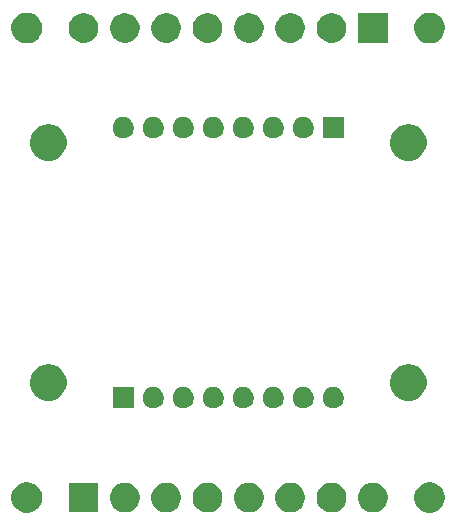
<source format=gbr>
G04 #@! TF.GenerationSoftware,KiCad,Pcbnew,5.1.5+dfsg1-2build2*
G04 #@! TF.CreationDate,2021-06-10T17:46:24-05:00*
G04 #@! TF.ProjectId,C12,4331322e-6b69-4636-9164-5f7063625858,rev?*
G04 #@! TF.SameCoordinates,Original*
G04 #@! TF.FileFunction,Soldermask,Bot*
G04 #@! TF.FilePolarity,Negative*
%FSLAX46Y46*%
G04 Gerber Fmt 4.6, Leading zero omitted, Abs format (unit mm)*
G04 Created by KiCad (PCBNEW 5.1.5+dfsg1-2build2) date 2021-06-10 17:46:24*
%MOMM*%
%LPD*%
G04 APERTURE LIST*
%ADD10C,0.100000*%
G04 APERTURE END LIST*
D10*
G36*
X56479393Y-62757304D02*
G01*
X56716101Y-62855352D01*
X56716103Y-62855353D01*
X56929135Y-62997696D01*
X57110304Y-63178865D01*
X57252647Y-63391897D01*
X57252648Y-63391899D01*
X57350696Y-63628607D01*
X57400680Y-63879893D01*
X57400680Y-64136107D01*
X57350696Y-64387393D01*
X57262395Y-64600569D01*
X57252647Y-64624103D01*
X57110304Y-64837135D01*
X56929135Y-65018304D01*
X56716103Y-65160647D01*
X56716102Y-65160648D01*
X56716101Y-65160648D01*
X56479393Y-65258696D01*
X56228107Y-65308680D01*
X55971893Y-65308680D01*
X55720607Y-65258696D01*
X55483899Y-65160648D01*
X55483898Y-65160648D01*
X55483897Y-65160647D01*
X55270865Y-65018304D01*
X55089696Y-64837135D01*
X54947353Y-64624103D01*
X54937605Y-64600569D01*
X54849304Y-64387393D01*
X54799320Y-64136107D01*
X54799320Y-63879893D01*
X54849304Y-63628607D01*
X54947352Y-63391899D01*
X54947353Y-63391897D01*
X55089696Y-63178865D01*
X55270865Y-62997696D01*
X55483897Y-62855353D01*
X55483899Y-62855352D01*
X55720607Y-62757304D01*
X55971893Y-62707320D01*
X56228107Y-62707320D01*
X56479393Y-62757304D01*
G37*
G36*
X22379393Y-62757304D02*
G01*
X22616101Y-62855352D01*
X22616103Y-62855353D01*
X22829135Y-62997696D01*
X23010304Y-63178865D01*
X23152647Y-63391897D01*
X23152648Y-63391899D01*
X23250696Y-63628607D01*
X23300680Y-63879893D01*
X23300680Y-64136107D01*
X23250696Y-64387393D01*
X23162395Y-64600569D01*
X23152647Y-64624103D01*
X23010304Y-64837135D01*
X22829135Y-65018304D01*
X22616103Y-65160647D01*
X22616102Y-65160648D01*
X22616101Y-65160648D01*
X22379393Y-65258696D01*
X22128107Y-65308680D01*
X21871893Y-65308680D01*
X21620607Y-65258696D01*
X21383899Y-65160648D01*
X21383898Y-65160648D01*
X21383897Y-65160647D01*
X21170865Y-65018304D01*
X20989696Y-64837135D01*
X20847353Y-64624103D01*
X20837605Y-64600569D01*
X20749304Y-64387393D01*
X20699320Y-64136107D01*
X20699320Y-63879893D01*
X20749304Y-63628607D01*
X20847352Y-63391899D01*
X20847353Y-63391897D01*
X20989696Y-63178865D01*
X21170865Y-62997696D01*
X21383897Y-62855353D01*
X21383899Y-62855352D01*
X21620607Y-62757304D01*
X21871893Y-62707320D01*
X22128107Y-62707320D01*
X22379393Y-62757304D01*
G37*
G36*
X28051000Y-65259000D02*
G01*
X25549000Y-65259000D01*
X25549000Y-62757000D01*
X28051000Y-62757000D01*
X28051000Y-65259000D01*
G37*
G36*
X34164903Y-62805075D02*
G01*
X34392571Y-62899378D01*
X34597466Y-63036285D01*
X34771715Y-63210534D01*
X34908622Y-63415429D01*
X35002925Y-63643097D01*
X35051000Y-63884787D01*
X35051000Y-64131213D01*
X35002925Y-64372903D01*
X34908622Y-64600571D01*
X34771715Y-64805466D01*
X34597466Y-64979715D01*
X34392571Y-65116622D01*
X34392570Y-65116623D01*
X34392569Y-65116623D01*
X34164903Y-65210925D01*
X33923214Y-65259000D01*
X33676786Y-65259000D01*
X33435097Y-65210925D01*
X33207431Y-65116623D01*
X33207430Y-65116623D01*
X33207429Y-65116622D01*
X33002534Y-64979715D01*
X32828285Y-64805466D01*
X32691378Y-64600571D01*
X32597075Y-64372903D01*
X32549000Y-64131213D01*
X32549000Y-63884787D01*
X32597075Y-63643097D01*
X32691378Y-63415429D01*
X32828285Y-63210534D01*
X33002534Y-63036285D01*
X33207429Y-62899378D01*
X33435097Y-62805075D01*
X33676786Y-62757000D01*
X33923214Y-62757000D01*
X34164903Y-62805075D01*
G37*
G36*
X37664903Y-62805075D02*
G01*
X37892571Y-62899378D01*
X38097466Y-63036285D01*
X38271715Y-63210534D01*
X38408622Y-63415429D01*
X38502925Y-63643097D01*
X38551000Y-63884787D01*
X38551000Y-64131213D01*
X38502925Y-64372903D01*
X38408622Y-64600571D01*
X38271715Y-64805466D01*
X38097466Y-64979715D01*
X37892571Y-65116622D01*
X37892570Y-65116623D01*
X37892569Y-65116623D01*
X37664903Y-65210925D01*
X37423214Y-65259000D01*
X37176786Y-65259000D01*
X36935097Y-65210925D01*
X36707431Y-65116623D01*
X36707430Y-65116623D01*
X36707429Y-65116622D01*
X36502534Y-64979715D01*
X36328285Y-64805466D01*
X36191378Y-64600571D01*
X36097075Y-64372903D01*
X36049000Y-64131213D01*
X36049000Y-63884787D01*
X36097075Y-63643097D01*
X36191378Y-63415429D01*
X36328285Y-63210534D01*
X36502534Y-63036285D01*
X36707429Y-62899378D01*
X36935097Y-62805075D01*
X37176786Y-62757000D01*
X37423214Y-62757000D01*
X37664903Y-62805075D01*
G37*
G36*
X41164903Y-62805075D02*
G01*
X41392571Y-62899378D01*
X41597466Y-63036285D01*
X41771715Y-63210534D01*
X41908622Y-63415429D01*
X42002925Y-63643097D01*
X42051000Y-63884787D01*
X42051000Y-64131213D01*
X42002925Y-64372903D01*
X41908622Y-64600571D01*
X41771715Y-64805466D01*
X41597466Y-64979715D01*
X41392571Y-65116622D01*
X41392570Y-65116623D01*
X41392569Y-65116623D01*
X41164903Y-65210925D01*
X40923214Y-65259000D01*
X40676786Y-65259000D01*
X40435097Y-65210925D01*
X40207431Y-65116623D01*
X40207430Y-65116623D01*
X40207429Y-65116622D01*
X40002534Y-64979715D01*
X39828285Y-64805466D01*
X39691378Y-64600571D01*
X39597075Y-64372903D01*
X39549000Y-64131213D01*
X39549000Y-63884787D01*
X39597075Y-63643097D01*
X39691378Y-63415429D01*
X39828285Y-63210534D01*
X40002534Y-63036285D01*
X40207429Y-62899378D01*
X40435097Y-62805075D01*
X40676786Y-62757000D01*
X40923214Y-62757000D01*
X41164903Y-62805075D01*
G37*
G36*
X44664903Y-62805075D02*
G01*
X44892571Y-62899378D01*
X45097466Y-63036285D01*
X45271715Y-63210534D01*
X45408622Y-63415429D01*
X45502925Y-63643097D01*
X45551000Y-63884787D01*
X45551000Y-64131213D01*
X45502925Y-64372903D01*
X45408622Y-64600571D01*
X45271715Y-64805466D01*
X45097466Y-64979715D01*
X44892571Y-65116622D01*
X44892570Y-65116623D01*
X44892569Y-65116623D01*
X44664903Y-65210925D01*
X44423214Y-65259000D01*
X44176786Y-65259000D01*
X43935097Y-65210925D01*
X43707431Y-65116623D01*
X43707430Y-65116623D01*
X43707429Y-65116622D01*
X43502534Y-64979715D01*
X43328285Y-64805466D01*
X43191378Y-64600571D01*
X43097075Y-64372903D01*
X43049000Y-64131213D01*
X43049000Y-63884787D01*
X43097075Y-63643097D01*
X43191378Y-63415429D01*
X43328285Y-63210534D01*
X43502534Y-63036285D01*
X43707429Y-62899378D01*
X43935097Y-62805075D01*
X44176786Y-62757000D01*
X44423214Y-62757000D01*
X44664903Y-62805075D01*
G37*
G36*
X48164903Y-62805075D02*
G01*
X48392571Y-62899378D01*
X48597466Y-63036285D01*
X48771715Y-63210534D01*
X48908622Y-63415429D01*
X49002925Y-63643097D01*
X49051000Y-63884787D01*
X49051000Y-64131213D01*
X49002925Y-64372903D01*
X48908622Y-64600571D01*
X48771715Y-64805466D01*
X48597466Y-64979715D01*
X48392571Y-65116622D01*
X48392570Y-65116623D01*
X48392569Y-65116623D01*
X48164903Y-65210925D01*
X47923214Y-65259000D01*
X47676786Y-65259000D01*
X47435097Y-65210925D01*
X47207431Y-65116623D01*
X47207430Y-65116623D01*
X47207429Y-65116622D01*
X47002534Y-64979715D01*
X46828285Y-64805466D01*
X46691378Y-64600571D01*
X46597075Y-64372903D01*
X46549000Y-64131213D01*
X46549000Y-63884787D01*
X46597075Y-63643097D01*
X46691378Y-63415429D01*
X46828285Y-63210534D01*
X47002534Y-63036285D01*
X47207429Y-62899378D01*
X47435097Y-62805075D01*
X47676786Y-62757000D01*
X47923214Y-62757000D01*
X48164903Y-62805075D01*
G37*
G36*
X51664903Y-62805075D02*
G01*
X51892571Y-62899378D01*
X52097466Y-63036285D01*
X52271715Y-63210534D01*
X52408622Y-63415429D01*
X52502925Y-63643097D01*
X52551000Y-63884787D01*
X52551000Y-64131213D01*
X52502925Y-64372903D01*
X52408622Y-64600571D01*
X52271715Y-64805466D01*
X52097466Y-64979715D01*
X51892571Y-65116622D01*
X51892570Y-65116623D01*
X51892569Y-65116623D01*
X51664903Y-65210925D01*
X51423214Y-65259000D01*
X51176786Y-65259000D01*
X50935097Y-65210925D01*
X50707431Y-65116623D01*
X50707430Y-65116623D01*
X50707429Y-65116622D01*
X50502534Y-64979715D01*
X50328285Y-64805466D01*
X50191378Y-64600571D01*
X50097075Y-64372903D01*
X50049000Y-64131213D01*
X50049000Y-63884787D01*
X50097075Y-63643097D01*
X50191378Y-63415429D01*
X50328285Y-63210534D01*
X50502534Y-63036285D01*
X50707429Y-62899378D01*
X50935097Y-62805075D01*
X51176786Y-62757000D01*
X51423214Y-62757000D01*
X51664903Y-62805075D01*
G37*
G36*
X30664903Y-62805075D02*
G01*
X30892571Y-62899378D01*
X31097466Y-63036285D01*
X31271715Y-63210534D01*
X31408622Y-63415429D01*
X31502925Y-63643097D01*
X31551000Y-63884787D01*
X31551000Y-64131213D01*
X31502925Y-64372903D01*
X31408622Y-64600571D01*
X31271715Y-64805466D01*
X31097466Y-64979715D01*
X30892571Y-65116622D01*
X30892570Y-65116623D01*
X30892569Y-65116623D01*
X30664903Y-65210925D01*
X30423214Y-65259000D01*
X30176786Y-65259000D01*
X29935097Y-65210925D01*
X29707431Y-65116623D01*
X29707430Y-65116623D01*
X29707429Y-65116622D01*
X29502534Y-64979715D01*
X29328285Y-64805466D01*
X29191378Y-64600571D01*
X29097075Y-64372903D01*
X29049000Y-64131213D01*
X29049000Y-63884787D01*
X29097075Y-63643097D01*
X29191378Y-63415429D01*
X29328285Y-63210534D01*
X29502534Y-63036285D01*
X29707429Y-62899378D01*
X29935097Y-62805075D01*
X30176786Y-62757000D01*
X30423214Y-62757000D01*
X30664903Y-62805075D01*
G37*
G36*
X37893512Y-54663927D02*
G01*
X38042812Y-54693624D01*
X38206784Y-54761544D01*
X38354354Y-54860147D01*
X38479853Y-54985646D01*
X38578456Y-55133216D01*
X38646376Y-55297188D01*
X38681000Y-55471259D01*
X38681000Y-55648741D01*
X38646376Y-55822812D01*
X38578456Y-55986784D01*
X38479853Y-56134354D01*
X38354354Y-56259853D01*
X38206784Y-56358456D01*
X38042812Y-56426376D01*
X37893512Y-56456073D01*
X37868742Y-56461000D01*
X37691258Y-56461000D01*
X37666488Y-56456073D01*
X37517188Y-56426376D01*
X37353216Y-56358456D01*
X37205646Y-56259853D01*
X37080147Y-56134354D01*
X36981544Y-55986784D01*
X36913624Y-55822812D01*
X36879000Y-55648741D01*
X36879000Y-55471259D01*
X36913624Y-55297188D01*
X36981544Y-55133216D01*
X37080147Y-54985646D01*
X37205646Y-54860147D01*
X37353216Y-54761544D01*
X37517188Y-54693624D01*
X37666488Y-54663927D01*
X37691258Y-54659000D01*
X37868742Y-54659000D01*
X37893512Y-54663927D01*
G37*
G36*
X48053512Y-54663927D02*
G01*
X48202812Y-54693624D01*
X48366784Y-54761544D01*
X48514354Y-54860147D01*
X48639853Y-54985646D01*
X48738456Y-55133216D01*
X48806376Y-55297188D01*
X48841000Y-55471259D01*
X48841000Y-55648741D01*
X48806376Y-55822812D01*
X48738456Y-55986784D01*
X48639853Y-56134354D01*
X48514354Y-56259853D01*
X48366784Y-56358456D01*
X48202812Y-56426376D01*
X48053512Y-56456073D01*
X48028742Y-56461000D01*
X47851258Y-56461000D01*
X47826488Y-56456073D01*
X47677188Y-56426376D01*
X47513216Y-56358456D01*
X47365646Y-56259853D01*
X47240147Y-56134354D01*
X47141544Y-55986784D01*
X47073624Y-55822812D01*
X47039000Y-55648741D01*
X47039000Y-55471259D01*
X47073624Y-55297188D01*
X47141544Y-55133216D01*
X47240147Y-54985646D01*
X47365646Y-54860147D01*
X47513216Y-54761544D01*
X47677188Y-54693624D01*
X47826488Y-54663927D01*
X47851258Y-54659000D01*
X48028742Y-54659000D01*
X48053512Y-54663927D01*
G37*
G36*
X45513512Y-54663927D02*
G01*
X45662812Y-54693624D01*
X45826784Y-54761544D01*
X45974354Y-54860147D01*
X46099853Y-54985646D01*
X46198456Y-55133216D01*
X46266376Y-55297188D01*
X46301000Y-55471259D01*
X46301000Y-55648741D01*
X46266376Y-55822812D01*
X46198456Y-55986784D01*
X46099853Y-56134354D01*
X45974354Y-56259853D01*
X45826784Y-56358456D01*
X45662812Y-56426376D01*
X45513512Y-56456073D01*
X45488742Y-56461000D01*
X45311258Y-56461000D01*
X45286488Y-56456073D01*
X45137188Y-56426376D01*
X44973216Y-56358456D01*
X44825646Y-56259853D01*
X44700147Y-56134354D01*
X44601544Y-55986784D01*
X44533624Y-55822812D01*
X44499000Y-55648741D01*
X44499000Y-55471259D01*
X44533624Y-55297188D01*
X44601544Y-55133216D01*
X44700147Y-54985646D01*
X44825646Y-54860147D01*
X44973216Y-54761544D01*
X45137188Y-54693624D01*
X45286488Y-54663927D01*
X45311258Y-54659000D01*
X45488742Y-54659000D01*
X45513512Y-54663927D01*
G37*
G36*
X42973512Y-54663927D02*
G01*
X43122812Y-54693624D01*
X43286784Y-54761544D01*
X43434354Y-54860147D01*
X43559853Y-54985646D01*
X43658456Y-55133216D01*
X43726376Y-55297188D01*
X43761000Y-55471259D01*
X43761000Y-55648741D01*
X43726376Y-55822812D01*
X43658456Y-55986784D01*
X43559853Y-56134354D01*
X43434354Y-56259853D01*
X43286784Y-56358456D01*
X43122812Y-56426376D01*
X42973512Y-56456073D01*
X42948742Y-56461000D01*
X42771258Y-56461000D01*
X42746488Y-56456073D01*
X42597188Y-56426376D01*
X42433216Y-56358456D01*
X42285646Y-56259853D01*
X42160147Y-56134354D01*
X42061544Y-55986784D01*
X41993624Y-55822812D01*
X41959000Y-55648741D01*
X41959000Y-55471259D01*
X41993624Y-55297188D01*
X42061544Y-55133216D01*
X42160147Y-54985646D01*
X42285646Y-54860147D01*
X42433216Y-54761544D01*
X42597188Y-54693624D01*
X42746488Y-54663927D01*
X42771258Y-54659000D01*
X42948742Y-54659000D01*
X42973512Y-54663927D01*
G37*
G36*
X31061000Y-56461000D02*
G01*
X29259000Y-56461000D01*
X29259000Y-54659000D01*
X31061000Y-54659000D01*
X31061000Y-56461000D01*
G37*
G36*
X32813512Y-54663927D02*
G01*
X32962812Y-54693624D01*
X33126784Y-54761544D01*
X33274354Y-54860147D01*
X33399853Y-54985646D01*
X33498456Y-55133216D01*
X33566376Y-55297188D01*
X33601000Y-55471259D01*
X33601000Y-55648741D01*
X33566376Y-55822812D01*
X33498456Y-55986784D01*
X33399853Y-56134354D01*
X33274354Y-56259853D01*
X33126784Y-56358456D01*
X32962812Y-56426376D01*
X32813512Y-56456073D01*
X32788742Y-56461000D01*
X32611258Y-56461000D01*
X32586488Y-56456073D01*
X32437188Y-56426376D01*
X32273216Y-56358456D01*
X32125646Y-56259853D01*
X32000147Y-56134354D01*
X31901544Y-55986784D01*
X31833624Y-55822812D01*
X31799000Y-55648741D01*
X31799000Y-55471259D01*
X31833624Y-55297188D01*
X31901544Y-55133216D01*
X32000147Y-54985646D01*
X32125646Y-54860147D01*
X32273216Y-54761544D01*
X32437188Y-54693624D01*
X32586488Y-54663927D01*
X32611258Y-54659000D01*
X32788742Y-54659000D01*
X32813512Y-54663927D01*
G37*
G36*
X35353512Y-54663927D02*
G01*
X35502812Y-54693624D01*
X35666784Y-54761544D01*
X35814354Y-54860147D01*
X35939853Y-54985646D01*
X36038456Y-55133216D01*
X36106376Y-55297188D01*
X36141000Y-55471259D01*
X36141000Y-55648741D01*
X36106376Y-55822812D01*
X36038456Y-55986784D01*
X35939853Y-56134354D01*
X35814354Y-56259853D01*
X35666784Y-56358456D01*
X35502812Y-56426376D01*
X35353512Y-56456073D01*
X35328742Y-56461000D01*
X35151258Y-56461000D01*
X35126488Y-56456073D01*
X34977188Y-56426376D01*
X34813216Y-56358456D01*
X34665646Y-56259853D01*
X34540147Y-56134354D01*
X34441544Y-55986784D01*
X34373624Y-55822812D01*
X34339000Y-55648741D01*
X34339000Y-55471259D01*
X34373624Y-55297188D01*
X34441544Y-55133216D01*
X34540147Y-54985646D01*
X34665646Y-54860147D01*
X34813216Y-54761544D01*
X34977188Y-54693624D01*
X35126488Y-54663927D01*
X35151258Y-54659000D01*
X35328742Y-54659000D01*
X35353512Y-54663927D01*
G37*
G36*
X40433512Y-54663927D02*
G01*
X40582812Y-54693624D01*
X40746784Y-54761544D01*
X40894354Y-54860147D01*
X41019853Y-54985646D01*
X41118456Y-55133216D01*
X41186376Y-55297188D01*
X41221000Y-55471259D01*
X41221000Y-55648741D01*
X41186376Y-55822812D01*
X41118456Y-55986784D01*
X41019853Y-56134354D01*
X40894354Y-56259853D01*
X40746784Y-56358456D01*
X40582812Y-56426376D01*
X40433512Y-56456073D01*
X40408742Y-56461000D01*
X40231258Y-56461000D01*
X40206488Y-56456073D01*
X40057188Y-56426376D01*
X39893216Y-56358456D01*
X39745646Y-56259853D01*
X39620147Y-56134354D01*
X39521544Y-55986784D01*
X39453624Y-55822812D01*
X39419000Y-55648741D01*
X39419000Y-55471259D01*
X39453624Y-55297188D01*
X39521544Y-55133216D01*
X39620147Y-54985646D01*
X39745646Y-54860147D01*
X39893216Y-54761544D01*
X40057188Y-54693624D01*
X40206488Y-54663927D01*
X40231258Y-54659000D01*
X40408742Y-54659000D01*
X40433512Y-54663927D01*
G37*
G36*
X54592585Y-52768802D02*
G01*
X54742410Y-52798604D01*
X55024674Y-52915521D01*
X55278705Y-53085259D01*
X55494741Y-53301295D01*
X55664479Y-53555326D01*
X55781396Y-53837590D01*
X55841000Y-54137240D01*
X55841000Y-54442760D01*
X55781396Y-54742410D01*
X55664479Y-55024674D01*
X55494741Y-55278705D01*
X55278705Y-55494741D01*
X55024674Y-55664479D01*
X54742410Y-55781396D01*
X54592585Y-55811198D01*
X54442761Y-55841000D01*
X54137239Y-55841000D01*
X53987415Y-55811198D01*
X53837590Y-55781396D01*
X53555326Y-55664479D01*
X53301295Y-55494741D01*
X53085259Y-55278705D01*
X52915521Y-55024674D01*
X52798604Y-54742410D01*
X52739000Y-54442760D01*
X52739000Y-54137240D01*
X52798604Y-53837590D01*
X52915521Y-53555326D01*
X53085259Y-53301295D01*
X53301295Y-53085259D01*
X53555326Y-52915521D01*
X53837590Y-52798604D01*
X53987415Y-52768802D01*
X54137239Y-52739000D01*
X54442761Y-52739000D01*
X54592585Y-52768802D01*
G37*
G36*
X24112585Y-52768802D02*
G01*
X24262410Y-52798604D01*
X24544674Y-52915521D01*
X24798705Y-53085259D01*
X25014741Y-53301295D01*
X25184479Y-53555326D01*
X25301396Y-53837590D01*
X25361000Y-54137240D01*
X25361000Y-54442760D01*
X25301396Y-54742410D01*
X25184479Y-55024674D01*
X25014741Y-55278705D01*
X24798705Y-55494741D01*
X24544674Y-55664479D01*
X24262410Y-55781396D01*
X24112585Y-55811198D01*
X23962761Y-55841000D01*
X23657239Y-55841000D01*
X23507415Y-55811198D01*
X23357590Y-55781396D01*
X23075326Y-55664479D01*
X22821295Y-55494741D01*
X22605259Y-55278705D01*
X22435521Y-55024674D01*
X22318604Y-54742410D01*
X22259000Y-54442760D01*
X22259000Y-54137240D01*
X22318604Y-53837590D01*
X22435521Y-53555326D01*
X22605259Y-53301295D01*
X22821295Y-53085259D01*
X23075326Y-52915521D01*
X23357590Y-52798604D01*
X23507415Y-52768802D01*
X23657239Y-52739000D01*
X23962761Y-52739000D01*
X24112585Y-52768802D01*
G37*
G36*
X54592585Y-32448802D02*
G01*
X54742410Y-32478604D01*
X55024674Y-32595521D01*
X55278705Y-32765259D01*
X55494741Y-32981295D01*
X55664479Y-33235326D01*
X55781396Y-33517590D01*
X55841000Y-33817240D01*
X55841000Y-34122760D01*
X55781396Y-34422410D01*
X55664479Y-34704674D01*
X55494741Y-34958705D01*
X55278705Y-35174741D01*
X55024674Y-35344479D01*
X54742410Y-35461396D01*
X54592585Y-35491198D01*
X54442761Y-35521000D01*
X54137239Y-35521000D01*
X53987415Y-35491198D01*
X53837590Y-35461396D01*
X53555326Y-35344479D01*
X53301295Y-35174741D01*
X53085259Y-34958705D01*
X52915521Y-34704674D01*
X52798604Y-34422410D01*
X52739000Y-34122760D01*
X52739000Y-33817240D01*
X52798604Y-33517590D01*
X52915521Y-33235326D01*
X53085259Y-32981295D01*
X53301295Y-32765259D01*
X53555326Y-32595521D01*
X53837590Y-32478604D01*
X53987415Y-32448802D01*
X54137239Y-32419000D01*
X54442761Y-32419000D01*
X54592585Y-32448802D01*
G37*
G36*
X24112585Y-32448802D02*
G01*
X24262410Y-32478604D01*
X24544674Y-32595521D01*
X24798705Y-32765259D01*
X25014741Y-32981295D01*
X25184479Y-33235326D01*
X25301396Y-33517590D01*
X25361000Y-33817240D01*
X25361000Y-34122760D01*
X25301396Y-34422410D01*
X25184479Y-34704674D01*
X25014741Y-34958705D01*
X24798705Y-35174741D01*
X24544674Y-35344479D01*
X24262410Y-35461396D01*
X24112585Y-35491198D01*
X23962761Y-35521000D01*
X23657239Y-35521000D01*
X23507415Y-35491198D01*
X23357590Y-35461396D01*
X23075326Y-35344479D01*
X22821295Y-35174741D01*
X22605259Y-34958705D01*
X22435521Y-34704674D01*
X22318604Y-34422410D01*
X22259000Y-34122760D01*
X22259000Y-33817240D01*
X22318604Y-33517590D01*
X22435521Y-33235326D01*
X22605259Y-32981295D01*
X22821295Y-32765259D01*
X23075326Y-32595521D01*
X23357590Y-32478604D01*
X23507415Y-32448802D01*
X23657239Y-32419000D01*
X23962761Y-32419000D01*
X24112585Y-32448802D01*
G37*
G36*
X37893512Y-31803927D02*
G01*
X38042812Y-31833624D01*
X38206784Y-31901544D01*
X38354354Y-32000147D01*
X38479853Y-32125646D01*
X38578456Y-32273216D01*
X38646376Y-32437188D01*
X38681000Y-32611259D01*
X38681000Y-32788741D01*
X38646376Y-32962812D01*
X38578456Y-33126784D01*
X38479853Y-33274354D01*
X38354354Y-33399853D01*
X38206784Y-33498456D01*
X38042812Y-33566376D01*
X37893512Y-33596073D01*
X37868742Y-33601000D01*
X37691258Y-33601000D01*
X37666488Y-33596073D01*
X37517188Y-33566376D01*
X37353216Y-33498456D01*
X37205646Y-33399853D01*
X37080147Y-33274354D01*
X36981544Y-33126784D01*
X36913624Y-32962812D01*
X36879000Y-32788741D01*
X36879000Y-32611259D01*
X36913624Y-32437188D01*
X36981544Y-32273216D01*
X37080147Y-32125646D01*
X37205646Y-32000147D01*
X37353216Y-31901544D01*
X37517188Y-31833624D01*
X37666488Y-31803927D01*
X37691258Y-31799000D01*
X37868742Y-31799000D01*
X37893512Y-31803927D01*
G37*
G36*
X48841000Y-33601000D02*
G01*
X47039000Y-33601000D01*
X47039000Y-31799000D01*
X48841000Y-31799000D01*
X48841000Y-33601000D01*
G37*
G36*
X45513512Y-31803927D02*
G01*
X45662812Y-31833624D01*
X45826784Y-31901544D01*
X45974354Y-32000147D01*
X46099853Y-32125646D01*
X46198456Y-32273216D01*
X46266376Y-32437188D01*
X46301000Y-32611259D01*
X46301000Y-32788741D01*
X46266376Y-32962812D01*
X46198456Y-33126784D01*
X46099853Y-33274354D01*
X45974354Y-33399853D01*
X45826784Y-33498456D01*
X45662812Y-33566376D01*
X45513512Y-33596073D01*
X45488742Y-33601000D01*
X45311258Y-33601000D01*
X45286488Y-33596073D01*
X45137188Y-33566376D01*
X44973216Y-33498456D01*
X44825646Y-33399853D01*
X44700147Y-33274354D01*
X44601544Y-33126784D01*
X44533624Y-32962812D01*
X44499000Y-32788741D01*
X44499000Y-32611259D01*
X44533624Y-32437188D01*
X44601544Y-32273216D01*
X44700147Y-32125646D01*
X44825646Y-32000147D01*
X44973216Y-31901544D01*
X45137188Y-31833624D01*
X45286488Y-31803927D01*
X45311258Y-31799000D01*
X45488742Y-31799000D01*
X45513512Y-31803927D01*
G37*
G36*
X42973512Y-31803927D02*
G01*
X43122812Y-31833624D01*
X43286784Y-31901544D01*
X43434354Y-32000147D01*
X43559853Y-32125646D01*
X43658456Y-32273216D01*
X43726376Y-32437188D01*
X43761000Y-32611259D01*
X43761000Y-32788741D01*
X43726376Y-32962812D01*
X43658456Y-33126784D01*
X43559853Y-33274354D01*
X43434354Y-33399853D01*
X43286784Y-33498456D01*
X43122812Y-33566376D01*
X42973512Y-33596073D01*
X42948742Y-33601000D01*
X42771258Y-33601000D01*
X42746488Y-33596073D01*
X42597188Y-33566376D01*
X42433216Y-33498456D01*
X42285646Y-33399853D01*
X42160147Y-33274354D01*
X42061544Y-33126784D01*
X41993624Y-32962812D01*
X41959000Y-32788741D01*
X41959000Y-32611259D01*
X41993624Y-32437188D01*
X42061544Y-32273216D01*
X42160147Y-32125646D01*
X42285646Y-32000147D01*
X42433216Y-31901544D01*
X42597188Y-31833624D01*
X42746488Y-31803927D01*
X42771258Y-31799000D01*
X42948742Y-31799000D01*
X42973512Y-31803927D01*
G37*
G36*
X40433512Y-31803927D02*
G01*
X40582812Y-31833624D01*
X40746784Y-31901544D01*
X40894354Y-32000147D01*
X41019853Y-32125646D01*
X41118456Y-32273216D01*
X41186376Y-32437188D01*
X41221000Y-32611259D01*
X41221000Y-32788741D01*
X41186376Y-32962812D01*
X41118456Y-33126784D01*
X41019853Y-33274354D01*
X40894354Y-33399853D01*
X40746784Y-33498456D01*
X40582812Y-33566376D01*
X40433512Y-33596073D01*
X40408742Y-33601000D01*
X40231258Y-33601000D01*
X40206488Y-33596073D01*
X40057188Y-33566376D01*
X39893216Y-33498456D01*
X39745646Y-33399853D01*
X39620147Y-33274354D01*
X39521544Y-33126784D01*
X39453624Y-32962812D01*
X39419000Y-32788741D01*
X39419000Y-32611259D01*
X39453624Y-32437188D01*
X39521544Y-32273216D01*
X39620147Y-32125646D01*
X39745646Y-32000147D01*
X39893216Y-31901544D01*
X40057188Y-31833624D01*
X40206488Y-31803927D01*
X40231258Y-31799000D01*
X40408742Y-31799000D01*
X40433512Y-31803927D01*
G37*
G36*
X35353512Y-31803927D02*
G01*
X35502812Y-31833624D01*
X35666784Y-31901544D01*
X35814354Y-32000147D01*
X35939853Y-32125646D01*
X36038456Y-32273216D01*
X36106376Y-32437188D01*
X36141000Y-32611259D01*
X36141000Y-32788741D01*
X36106376Y-32962812D01*
X36038456Y-33126784D01*
X35939853Y-33274354D01*
X35814354Y-33399853D01*
X35666784Y-33498456D01*
X35502812Y-33566376D01*
X35353512Y-33596073D01*
X35328742Y-33601000D01*
X35151258Y-33601000D01*
X35126488Y-33596073D01*
X34977188Y-33566376D01*
X34813216Y-33498456D01*
X34665646Y-33399853D01*
X34540147Y-33274354D01*
X34441544Y-33126784D01*
X34373624Y-32962812D01*
X34339000Y-32788741D01*
X34339000Y-32611259D01*
X34373624Y-32437188D01*
X34441544Y-32273216D01*
X34540147Y-32125646D01*
X34665646Y-32000147D01*
X34813216Y-31901544D01*
X34977188Y-31833624D01*
X35126488Y-31803927D01*
X35151258Y-31799000D01*
X35328742Y-31799000D01*
X35353512Y-31803927D01*
G37*
G36*
X32813512Y-31803927D02*
G01*
X32962812Y-31833624D01*
X33126784Y-31901544D01*
X33274354Y-32000147D01*
X33399853Y-32125646D01*
X33498456Y-32273216D01*
X33566376Y-32437188D01*
X33601000Y-32611259D01*
X33601000Y-32788741D01*
X33566376Y-32962812D01*
X33498456Y-33126784D01*
X33399853Y-33274354D01*
X33274354Y-33399853D01*
X33126784Y-33498456D01*
X32962812Y-33566376D01*
X32813512Y-33596073D01*
X32788742Y-33601000D01*
X32611258Y-33601000D01*
X32586488Y-33596073D01*
X32437188Y-33566376D01*
X32273216Y-33498456D01*
X32125646Y-33399853D01*
X32000147Y-33274354D01*
X31901544Y-33126784D01*
X31833624Y-32962812D01*
X31799000Y-32788741D01*
X31799000Y-32611259D01*
X31833624Y-32437188D01*
X31901544Y-32273216D01*
X32000147Y-32125646D01*
X32125646Y-32000147D01*
X32273216Y-31901544D01*
X32437188Y-31833624D01*
X32586488Y-31803927D01*
X32611258Y-31799000D01*
X32788742Y-31799000D01*
X32813512Y-31803927D01*
G37*
G36*
X30273512Y-31803927D02*
G01*
X30422812Y-31833624D01*
X30586784Y-31901544D01*
X30734354Y-32000147D01*
X30859853Y-32125646D01*
X30958456Y-32273216D01*
X31026376Y-32437188D01*
X31061000Y-32611259D01*
X31061000Y-32788741D01*
X31026376Y-32962812D01*
X30958456Y-33126784D01*
X30859853Y-33274354D01*
X30734354Y-33399853D01*
X30586784Y-33498456D01*
X30422812Y-33566376D01*
X30273512Y-33596073D01*
X30248742Y-33601000D01*
X30071258Y-33601000D01*
X30046488Y-33596073D01*
X29897188Y-33566376D01*
X29733216Y-33498456D01*
X29585646Y-33399853D01*
X29460147Y-33274354D01*
X29361544Y-33126784D01*
X29293624Y-32962812D01*
X29259000Y-32788741D01*
X29259000Y-32611259D01*
X29293624Y-32437188D01*
X29361544Y-32273216D01*
X29460147Y-32125646D01*
X29585646Y-32000147D01*
X29733216Y-31901544D01*
X29897188Y-31833624D01*
X30046488Y-31803927D01*
X30071258Y-31799000D01*
X30248742Y-31799000D01*
X30273512Y-31803927D01*
G37*
G36*
X22379393Y-23001304D02*
G01*
X22616101Y-23099352D01*
X22616103Y-23099353D01*
X22829135Y-23241696D01*
X23010304Y-23422865D01*
X23152647Y-23635897D01*
X23152648Y-23635899D01*
X23250696Y-23872607D01*
X23300680Y-24123893D01*
X23300680Y-24380107D01*
X23250696Y-24631393D01*
X23162395Y-24844569D01*
X23152647Y-24868103D01*
X23010304Y-25081135D01*
X22829135Y-25262304D01*
X22616103Y-25404647D01*
X22616102Y-25404648D01*
X22616101Y-25404648D01*
X22379393Y-25502696D01*
X22128107Y-25552680D01*
X21871893Y-25552680D01*
X21620607Y-25502696D01*
X21383899Y-25404648D01*
X21383898Y-25404648D01*
X21383897Y-25404647D01*
X21170865Y-25262304D01*
X20989696Y-25081135D01*
X20847353Y-24868103D01*
X20837605Y-24844569D01*
X20749304Y-24631393D01*
X20699320Y-24380107D01*
X20699320Y-24123893D01*
X20749304Y-23872607D01*
X20847352Y-23635899D01*
X20847353Y-23635897D01*
X20989696Y-23422865D01*
X21170865Y-23241696D01*
X21383897Y-23099353D01*
X21383899Y-23099352D01*
X21620607Y-23001304D01*
X21871893Y-22951320D01*
X22128107Y-22951320D01*
X22379393Y-23001304D01*
G37*
G36*
X56479393Y-23001304D02*
G01*
X56716101Y-23099352D01*
X56716103Y-23099353D01*
X56929135Y-23241696D01*
X57110304Y-23422865D01*
X57252647Y-23635897D01*
X57252648Y-23635899D01*
X57350696Y-23872607D01*
X57400680Y-24123893D01*
X57400680Y-24380107D01*
X57350696Y-24631393D01*
X57262395Y-24844569D01*
X57252647Y-24868103D01*
X57110304Y-25081135D01*
X56929135Y-25262304D01*
X56716103Y-25404647D01*
X56716102Y-25404648D01*
X56716101Y-25404648D01*
X56479393Y-25502696D01*
X56228107Y-25552680D01*
X55971893Y-25552680D01*
X55720607Y-25502696D01*
X55483899Y-25404648D01*
X55483898Y-25404648D01*
X55483897Y-25404647D01*
X55270865Y-25262304D01*
X55089696Y-25081135D01*
X54947353Y-24868103D01*
X54937605Y-24844569D01*
X54849304Y-24631393D01*
X54799320Y-24380107D01*
X54799320Y-24123893D01*
X54849304Y-23872607D01*
X54947352Y-23635899D01*
X54947353Y-23635897D01*
X55089696Y-23422865D01*
X55270865Y-23241696D01*
X55483897Y-23099353D01*
X55483899Y-23099352D01*
X55720607Y-23001304D01*
X55971893Y-22951320D01*
X56228107Y-22951320D01*
X56479393Y-23001304D01*
G37*
G36*
X48164903Y-23049075D02*
G01*
X48392571Y-23143378D01*
X48597466Y-23280285D01*
X48771715Y-23454534D01*
X48908622Y-23659429D01*
X49002925Y-23887097D01*
X49051000Y-24128787D01*
X49051000Y-24375213D01*
X49002925Y-24616903D01*
X48908622Y-24844571D01*
X48771715Y-25049466D01*
X48597466Y-25223715D01*
X48392571Y-25360622D01*
X48392570Y-25360623D01*
X48392569Y-25360623D01*
X48164903Y-25454925D01*
X47923214Y-25503000D01*
X47676786Y-25503000D01*
X47435097Y-25454925D01*
X47207431Y-25360623D01*
X47207430Y-25360623D01*
X47207429Y-25360622D01*
X47002534Y-25223715D01*
X46828285Y-25049466D01*
X46691378Y-24844571D01*
X46597075Y-24616903D01*
X46549000Y-24375213D01*
X46549000Y-24128787D01*
X46597075Y-23887097D01*
X46691378Y-23659429D01*
X46828285Y-23454534D01*
X47002534Y-23280285D01*
X47207429Y-23143378D01*
X47435097Y-23049075D01*
X47676786Y-23001000D01*
X47923214Y-23001000D01*
X48164903Y-23049075D01*
G37*
G36*
X52551000Y-25503000D02*
G01*
X50049000Y-25503000D01*
X50049000Y-23001000D01*
X52551000Y-23001000D01*
X52551000Y-25503000D01*
G37*
G36*
X37664903Y-23049075D02*
G01*
X37892571Y-23143378D01*
X38097466Y-23280285D01*
X38271715Y-23454534D01*
X38408622Y-23659429D01*
X38502925Y-23887097D01*
X38551000Y-24128787D01*
X38551000Y-24375213D01*
X38502925Y-24616903D01*
X38408622Y-24844571D01*
X38271715Y-25049466D01*
X38097466Y-25223715D01*
X37892571Y-25360622D01*
X37892570Y-25360623D01*
X37892569Y-25360623D01*
X37664903Y-25454925D01*
X37423214Y-25503000D01*
X37176786Y-25503000D01*
X36935097Y-25454925D01*
X36707431Y-25360623D01*
X36707430Y-25360623D01*
X36707429Y-25360622D01*
X36502534Y-25223715D01*
X36328285Y-25049466D01*
X36191378Y-24844571D01*
X36097075Y-24616903D01*
X36049000Y-24375213D01*
X36049000Y-24128787D01*
X36097075Y-23887097D01*
X36191378Y-23659429D01*
X36328285Y-23454534D01*
X36502534Y-23280285D01*
X36707429Y-23143378D01*
X36935097Y-23049075D01*
X37176786Y-23001000D01*
X37423214Y-23001000D01*
X37664903Y-23049075D01*
G37*
G36*
X34164903Y-23049075D02*
G01*
X34392571Y-23143378D01*
X34597466Y-23280285D01*
X34771715Y-23454534D01*
X34908622Y-23659429D01*
X35002925Y-23887097D01*
X35051000Y-24128787D01*
X35051000Y-24375213D01*
X35002925Y-24616903D01*
X34908622Y-24844571D01*
X34771715Y-25049466D01*
X34597466Y-25223715D01*
X34392571Y-25360622D01*
X34392570Y-25360623D01*
X34392569Y-25360623D01*
X34164903Y-25454925D01*
X33923214Y-25503000D01*
X33676786Y-25503000D01*
X33435097Y-25454925D01*
X33207431Y-25360623D01*
X33207430Y-25360623D01*
X33207429Y-25360622D01*
X33002534Y-25223715D01*
X32828285Y-25049466D01*
X32691378Y-24844571D01*
X32597075Y-24616903D01*
X32549000Y-24375213D01*
X32549000Y-24128787D01*
X32597075Y-23887097D01*
X32691378Y-23659429D01*
X32828285Y-23454534D01*
X33002534Y-23280285D01*
X33207429Y-23143378D01*
X33435097Y-23049075D01*
X33676786Y-23001000D01*
X33923214Y-23001000D01*
X34164903Y-23049075D01*
G37*
G36*
X30664903Y-23049075D02*
G01*
X30892571Y-23143378D01*
X31097466Y-23280285D01*
X31271715Y-23454534D01*
X31408622Y-23659429D01*
X31502925Y-23887097D01*
X31551000Y-24128787D01*
X31551000Y-24375213D01*
X31502925Y-24616903D01*
X31408622Y-24844571D01*
X31271715Y-25049466D01*
X31097466Y-25223715D01*
X30892571Y-25360622D01*
X30892570Y-25360623D01*
X30892569Y-25360623D01*
X30664903Y-25454925D01*
X30423214Y-25503000D01*
X30176786Y-25503000D01*
X29935097Y-25454925D01*
X29707431Y-25360623D01*
X29707430Y-25360623D01*
X29707429Y-25360622D01*
X29502534Y-25223715D01*
X29328285Y-25049466D01*
X29191378Y-24844571D01*
X29097075Y-24616903D01*
X29049000Y-24375213D01*
X29049000Y-24128787D01*
X29097075Y-23887097D01*
X29191378Y-23659429D01*
X29328285Y-23454534D01*
X29502534Y-23280285D01*
X29707429Y-23143378D01*
X29935097Y-23049075D01*
X30176786Y-23001000D01*
X30423214Y-23001000D01*
X30664903Y-23049075D01*
G37*
G36*
X27164903Y-23049075D02*
G01*
X27392571Y-23143378D01*
X27597466Y-23280285D01*
X27771715Y-23454534D01*
X27908622Y-23659429D01*
X28002925Y-23887097D01*
X28051000Y-24128787D01*
X28051000Y-24375213D01*
X28002925Y-24616903D01*
X27908622Y-24844571D01*
X27771715Y-25049466D01*
X27597466Y-25223715D01*
X27392571Y-25360622D01*
X27392570Y-25360623D01*
X27392569Y-25360623D01*
X27164903Y-25454925D01*
X26923214Y-25503000D01*
X26676786Y-25503000D01*
X26435097Y-25454925D01*
X26207431Y-25360623D01*
X26207430Y-25360623D01*
X26207429Y-25360622D01*
X26002534Y-25223715D01*
X25828285Y-25049466D01*
X25691378Y-24844571D01*
X25597075Y-24616903D01*
X25549000Y-24375213D01*
X25549000Y-24128787D01*
X25597075Y-23887097D01*
X25691378Y-23659429D01*
X25828285Y-23454534D01*
X26002534Y-23280285D01*
X26207429Y-23143378D01*
X26435097Y-23049075D01*
X26676786Y-23001000D01*
X26923214Y-23001000D01*
X27164903Y-23049075D01*
G37*
G36*
X44664903Y-23049075D02*
G01*
X44892571Y-23143378D01*
X45097466Y-23280285D01*
X45271715Y-23454534D01*
X45408622Y-23659429D01*
X45502925Y-23887097D01*
X45551000Y-24128787D01*
X45551000Y-24375213D01*
X45502925Y-24616903D01*
X45408622Y-24844571D01*
X45271715Y-25049466D01*
X45097466Y-25223715D01*
X44892571Y-25360622D01*
X44892570Y-25360623D01*
X44892569Y-25360623D01*
X44664903Y-25454925D01*
X44423214Y-25503000D01*
X44176786Y-25503000D01*
X43935097Y-25454925D01*
X43707431Y-25360623D01*
X43707430Y-25360623D01*
X43707429Y-25360622D01*
X43502534Y-25223715D01*
X43328285Y-25049466D01*
X43191378Y-24844571D01*
X43097075Y-24616903D01*
X43049000Y-24375213D01*
X43049000Y-24128787D01*
X43097075Y-23887097D01*
X43191378Y-23659429D01*
X43328285Y-23454534D01*
X43502534Y-23280285D01*
X43707429Y-23143378D01*
X43935097Y-23049075D01*
X44176786Y-23001000D01*
X44423214Y-23001000D01*
X44664903Y-23049075D01*
G37*
G36*
X41164903Y-23049075D02*
G01*
X41392571Y-23143378D01*
X41597466Y-23280285D01*
X41771715Y-23454534D01*
X41908622Y-23659429D01*
X42002925Y-23887097D01*
X42051000Y-24128787D01*
X42051000Y-24375213D01*
X42002925Y-24616903D01*
X41908622Y-24844571D01*
X41771715Y-25049466D01*
X41597466Y-25223715D01*
X41392571Y-25360622D01*
X41392570Y-25360623D01*
X41392569Y-25360623D01*
X41164903Y-25454925D01*
X40923214Y-25503000D01*
X40676786Y-25503000D01*
X40435097Y-25454925D01*
X40207431Y-25360623D01*
X40207430Y-25360623D01*
X40207429Y-25360622D01*
X40002534Y-25223715D01*
X39828285Y-25049466D01*
X39691378Y-24844571D01*
X39597075Y-24616903D01*
X39549000Y-24375213D01*
X39549000Y-24128787D01*
X39597075Y-23887097D01*
X39691378Y-23659429D01*
X39828285Y-23454534D01*
X40002534Y-23280285D01*
X40207429Y-23143378D01*
X40435097Y-23049075D01*
X40676786Y-23001000D01*
X40923214Y-23001000D01*
X41164903Y-23049075D01*
G37*
M02*

</source>
